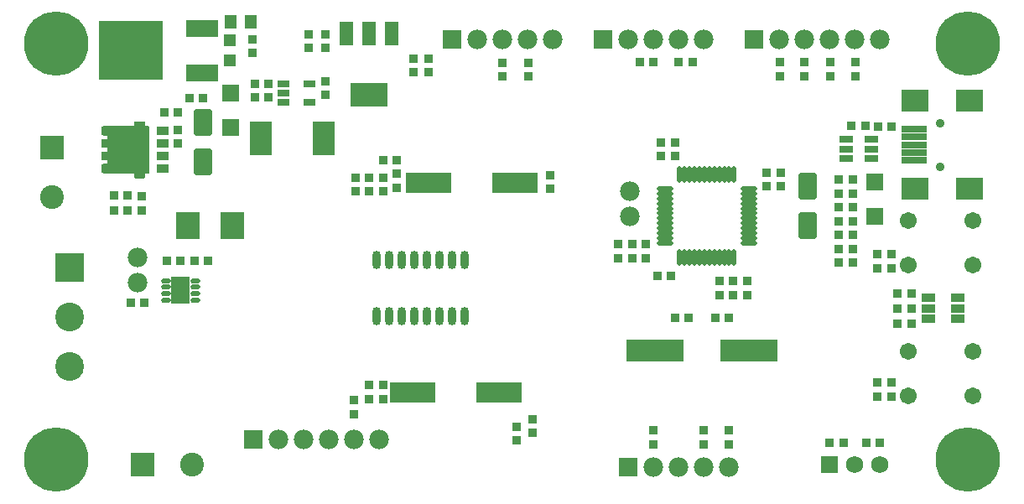
<source format=gts>
%FSLAX43Y43*%
%MOMM*%
G71*
G01*
G75*
G04 Layer_Color=8388736*
%ADD10R,1.270X0.508*%
%ADD11R,0.762X0.762*%
%ADD12R,2.160X2.500*%
%ADD13R,0.762X0.762*%
%ADD14R,2.300X0.500*%
%ADD15R,2.500X2.000*%
%ADD16R,6.200X5.800*%
%ADD17R,3.000X1.600*%
G04:AMPARAMS|DCode=18|XSize=2.5mm|YSize=1.7mm|CornerRadius=0.212mm|HoleSize=0mm|Usage=FLASHONLY|Rotation=90.000|XOffset=0mm|YOffset=0mm|HoleType=Round|Shape=RoundedRectangle|*
%AMROUNDEDRECTD18*
21,1,2.500,1.275,0,0,90.0*
21,1,2.075,1.700,0,0,90.0*
1,1,0.425,0.637,1.038*
1,1,0.425,0.637,-1.038*
1,1,0.425,-0.637,-1.038*
1,1,0.425,-0.637,1.038*
%
%ADD18ROUNDEDRECTD18*%
%ADD19R,1.524X1.524*%
%ADD20R,2.032X3.175*%
%ADD21R,1.000X1.000*%
%ADD22R,1.016X1.270*%
%ADD23R,3.500X2.200*%
%ADD24R,1.200X2.200*%
%ADD25R,1.100X0.600*%
%ADD26O,0.650X1.650*%
%ADD27R,5.600X2.100*%
%ADD28O,1.450X0.300*%
%ADD29O,0.300X1.450*%
%ADD30R,1.200X0.750*%
%ADD31R,1.700X2.500*%
%ADD32O,0.800X0.350*%
%ADD33R,4.400X1.900*%
%ADD34R,1.000X0.750*%
%ADD35C,0.203*%
%ADD36C,0.254*%
%ADD37C,0.406*%
%ADD38C,0.762*%
%ADD39C,0.508*%
%ADD40R,1.702X1.270*%
%ADD41R,2.667X3.302*%
%ADD42R,4.318X4.953*%
%ADD43R,2.667X15.240*%
%ADD44R,4.953X5.588*%
%ADD45R,6.604X3.556*%
%ADD46R,2.540X2.540*%
%ADD47R,1.219X0.635*%
%ADD48R,12.192X5.588*%
%ADD49R,9.119X4.715*%
%ADD50R,10.160X2.286*%
%ADD51R,4.826X5.588*%
%ADD52R,1.270X9.652*%
%ADD53R,10.262X8.890*%
%ADD54R,9.906X8.890*%
%ADD55R,1.270X13.589*%
%ADD56R,11.430X3.683*%
%ADD57R,11.836X3.683*%
%ADD58R,11.811X3.683*%
%ADD59R,1.270X11.303*%
%ADD60R,2.540X5.842*%
%ADD61R,4.064X14.732*%
%ADD62R,12.040X3.708*%
%ADD63R,2.413X8.128*%
%ADD64R,4.064X12.294*%
%ADD65R,37.160X3.708*%
%ADD66R,4.064X3.683*%
%ADD67R,2.413X3.175*%
%ADD68R,2.921X13.589*%
%ADD69R,4.826X4.064*%
%ADD70R,2.921X21.234*%
%ADD71R,0.889X0.762*%
%ADD72R,3.048X3.556*%
%ADD73R,5.461X3.302*%
%ADD74R,9.271X8.001*%
%ADD75R,4.953X8.890*%
%ADD76R,1.803X17.018*%
%ADD77C,6.500*%
%ADD78R,1.778X1.778*%
%ADD79C,1.778*%
%ADD80R,2.200X2.200*%
%ADD81C,2.200*%
%ADD82C,2.700*%
%ADD83R,2.700X2.700*%
%ADD84R,2.200X2.200*%
%ADD85C,0.900*%
%ADD86R,1.524X1.524*%
%ADD87C,1.524*%
%ADD88C,1.500*%
%ADD89C,0.700*%
%ADD90C,1.000*%
%ADD91C,0.500*%
%ADD92R,4.191X5.588*%
%ADD93R,6.604X3.048*%
%ADD94R,13.208X3.048*%
%ADD95R,1.270X2.794*%
%ADD96R,4.572X6.858*%
%ADD97R,2.794X17.018*%
%ADD98R,22.860X2.921*%
%ADD99R,2.921X18.796*%
%ADD100R,17.856X6.096*%
%ADD101R,6.350X12.700*%
%ADD102R,15.494X5.842*%
%ADD103C,0.250*%
%ADD104C,0.100*%
%ADD105C,0.600*%
%ADD106C,0.127*%
%ADD107C,0.025*%
%ADD108C,0.203*%
%ADD109C,0.102*%
%ADD110C,0.200*%
%ADD111C,0.152*%
%ADD112C,0.229*%
%ADD113R,0.762X0.500*%
%ADD114R,2.530X2.540*%
%ADD115R,0.500X1.000*%
%ADD116R,1.473X0.711*%
%ADD117R,0.965X0.965*%
%ADD118R,2.363X2.703*%
%ADD119R,0.965X0.965*%
%ADD120R,2.503X0.703*%
%ADD121R,2.703X2.203*%
%ADD122R,6.403X6.003*%
%ADD123R,3.203X1.803*%
G04:AMPARAMS|DCode=124|XSize=2.703mm|YSize=1.903mm|CornerRadius=0.314mm|HoleSize=0mm|Usage=FLASHONLY|Rotation=90.000|XOffset=0mm|YOffset=0mm|HoleType=Round|Shape=RoundedRectangle|*
%AMROUNDEDRECTD124*
21,1,2.703,1.275,0,0,90.0*
21,1,2.075,1.903,0,0,90.0*
1,1,0.628,0.637,1.038*
1,1,0.628,0.637,-1.038*
1,1,0.628,-0.637,-1.038*
1,1,0.628,-0.637,1.038*
%
%ADD124ROUNDEDRECTD124*%
%ADD125R,1.727X1.727*%
%ADD126R,2.235X3.378*%
%ADD127R,1.203X1.203*%
%ADD128R,1.219X1.473*%
%ADD129R,3.703X2.403*%
%ADD130R,1.403X2.403*%
%ADD131R,1.303X0.803*%
%ADD132O,0.853X1.853*%
%ADD133R,5.803X2.303*%
%ADD134O,1.653X0.503*%
%ADD135O,0.503X1.653*%
%ADD136R,1.403X0.953*%
%ADD137R,1.903X2.703*%
%ADD138O,1.003X0.553*%
%ADD139R,4.603X2.103*%
%ADD140R,1.203X0.953*%
%ADD141R,1.981X1.981*%
%ADD142C,1.981*%
%ADD143R,2.403X2.403*%
%ADD144C,2.403*%
%ADD145C,2.903*%
%ADD146R,2.903X2.903*%
%ADD147R,2.403X2.403*%
%ADD148R,1.727X1.727*%
%ADD149C,1.727*%
%ADD150C,1.703*%
%ADD151C,1.203*%
%ADD152C,0.703*%
G36*
X12883Y38177D02*
X12916Y38154D01*
X12939Y38121D01*
X12947Y38081D01*
Y37690D01*
X13268D01*
X13308Y37682D01*
X13341Y37659D01*
X13364Y37626D01*
X13372Y37586D01*
Y33026D01*
X13364Y32986D01*
X13341Y32953D01*
X13308Y32930D01*
X13268Y32922D01*
X12947D01*
Y32531D01*
X12939Y32491D01*
X12916Y32458D01*
X12883Y32435D01*
X12843Y32427D01*
X11938D01*
X11898Y32435D01*
X11865Y32458D01*
X11842Y32491D01*
X11834Y32531D01*
Y32922D01*
X8738D01*
X8698Y32930D01*
X8665Y32953D01*
X8642Y32986D01*
X8634Y33026D01*
Y33776D01*
X8642Y33816D01*
X8665Y33849D01*
X8698Y33872D01*
X8738Y33880D01*
X9109D01*
Y36732D01*
X8738D01*
X8698Y36740D01*
X8665Y36763D01*
X8642Y36796D01*
X8634Y36836D01*
Y37586D01*
X8642Y37626D01*
X8665Y37659D01*
X8698Y37682D01*
X8738Y37690D01*
X11834D01*
Y38081D01*
X11842Y38121D01*
X11865Y38154D01*
X11898Y38177D01*
X11938Y38185D01*
X12843D01*
X12883Y38177D01*
D02*
G37*
D77*
X4000Y46000D02*
D03*
X96000D02*
D03*
X4000Y4000D02*
D03*
X96000D02*
D03*
D85*
X93188Y33614D02*
D03*
Y38014D02*
D03*
D116*
X83698Y34441D02*
D03*
X83713Y35391D02*
D03*
X83698Y36346D02*
D03*
X86238Y34441D02*
D03*
Y36346D02*
D03*
X86238Y35381D02*
D03*
D117*
X66802Y44196D02*
D03*
X68199D02*
D03*
X62865D02*
D03*
X64262D02*
D03*
X11485Y19829D02*
D03*
X12882D02*
D03*
X9779Y29210D02*
D03*
X11176D02*
D03*
X9779Y30734D02*
D03*
X11176D02*
D03*
X15113Y24130D02*
D03*
X16510D02*
D03*
X17907D02*
D03*
X19304D02*
D03*
X14859Y39116D02*
D03*
X16256D02*
D03*
X17399Y40513D02*
D03*
X18796D02*
D03*
X24003Y41986D02*
D03*
X25400D02*
D03*
X24003Y40589D02*
D03*
X25400D02*
D03*
X36957Y34290D02*
D03*
X38354D02*
D03*
X62103Y24384D02*
D03*
X63500D02*
D03*
X64643Y22606D02*
D03*
X66040D02*
D03*
X62103Y25781D02*
D03*
X63500D02*
D03*
X66421Y18339D02*
D03*
X67818D02*
D03*
X70485D02*
D03*
X71882D02*
D03*
X84238Y37691D02*
D03*
X85635D02*
D03*
X86923Y37679D02*
D03*
X88320D02*
D03*
X82042Y5715D02*
D03*
X83439D02*
D03*
X85725D02*
D03*
X87122D02*
D03*
X88900Y17780D02*
D03*
X90297D02*
D03*
X88900Y19304D02*
D03*
X90297D02*
D03*
X88900Y20828D02*
D03*
X90297D02*
D03*
X82986Y23912D02*
D03*
X84383D02*
D03*
X82986Y25309D02*
D03*
X84383D02*
D03*
X82986Y26706D02*
D03*
X84383D02*
D03*
X82986Y28103D02*
D03*
X84383D02*
D03*
X82986Y29500D02*
D03*
X84383D02*
D03*
X82986Y30897D02*
D03*
X84383D02*
D03*
X82982Y32309D02*
D03*
X84379D02*
D03*
D118*
X17272Y27686D02*
D03*
X21722D02*
D03*
D119*
X12573Y29210D02*
D03*
Y30607D02*
D03*
X50419Y7366D02*
D03*
Y5969D02*
D03*
X52070Y8128D02*
D03*
Y6731D02*
D03*
X34036Y8611D02*
D03*
Y10008D02*
D03*
X35560Y10160D02*
D03*
Y11557D02*
D03*
X36957Y10160D02*
D03*
Y11557D02*
D03*
X49042Y42690D02*
D03*
Y44087D02*
D03*
X51642Y42690D02*
D03*
Y44087D02*
D03*
X84622Y42736D02*
D03*
Y44133D02*
D03*
X82122Y42736D02*
D03*
Y44133D02*
D03*
X77022Y42736D02*
D03*
Y44133D02*
D03*
X79522Y42736D02*
D03*
Y44133D02*
D03*
X16256Y35941D02*
D03*
Y37338D02*
D03*
X23749Y45085D02*
D03*
Y46482D02*
D03*
X31115Y40818D02*
D03*
Y42215D02*
D03*
X29464Y45593D02*
D03*
Y46990D02*
D03*
X31115Y45593D02*
D03*
Y46990D02*
D03*
X40056Y43104D02*
D03*
Y44501D02*
D03*
X41580Y43104D02*
D03*
Y44501D02*
D03*
X35560Y31115D02*
D03*
Y32512D02*
D03*
X34163Y31115D02*
D03*
Y32512D02*
D03*
X36957Y31115D02*
D03*
Y32512D02*
D03*
X38354Y31496D02*
D03*
Y32893D02*
D03*
X53848Y31369D02*
D03*
Y32766D02*
D03*
X60706Y24384D02*
D03*
Y25781D02*
D03*
X64262Y5588D02*
D03*
Y6985D02*
D03*
X69342Y5588D02*
D03*
Y6985D02*
D03*
X71882Y5588D02*
D03*
Y6985D02*
D03*
X73685Y20625D02*
D03*
Y22022D02*
D03*
X72288Y20625D02*
D03*
Y22022D02*
D03*
X70917Y20625D02*
D03*
Y22022D02*
D03*
X75692Y31623D02*
D03*
Y33020D02*
D03*
X77089Y31623D02*
D03*
Y33020D02*
D03*
X86868Y10414D02*
D03*
Y11811D02*
D03*
X88265Y10414D02*
D03*
Y11811D02*
D03*
X86868Y23368D02*
D03*
Y24765D02*
D03*
X88265Y23368D02*
D03*
Y24765D02*
D03*
X65024Y34671D02*
D03*
Y36068D02*
D03*
X66421Y34671D02*
D03*
Y36068D02*
D03*
D120*
X90538Y34214D02*
D03*
Y35814D02*
D03*
Y35014D02*
D03*
Y37414D02*
D03*
Y36614D02*
D03*
D121*
X90638Y31364D02*
D03*
Y40264D02*
D03*
X96138Y31364D02*
D03*
Y40264D02*
D03*
D122*
X11489Y45303D02*
D03*
D123*
X18669Y43053D02*
D03*
Y47553D02*
D03*
D124*
X18796Y38068D02*
D03*
Y34068D02*
D03*
X79781Y27642D02*
D03*
Y31642D02*
D03*
D125*
X21590Y37592D02*
D03*
Y41021D02*
D03*
X86618Y28611D02*
D03*
Y32040D02*
D03*
D126*
X24638Y36449D02*
D03*
X30988D02*
D03*
D127*
X21463Y44355D02*
D03*
Y46355D02*
D03*
D128*
X21539Y48184D02*
D03*
X23571D02*
D03*
D129*
X35560Y40842D02*
D03*
D130*
X33260Y47042D02*
D03*
X35560D02*
D03*
X37860D02*
D03*
D131*
X26894Y40071D02*
D03*
Y41021D02*
D03*
Y41971D02*
D03*
X29494Y40071D02*
D03*
Y41971D02*
D03*
D132*
X36297Y18486D02*
D03*
X37567D02*
D03*
X36297Y24136D02*
D03*
X37567D02*
D03*
X41377Y18486D02*
D03*
X42647D02*
D03*
X38837D02*
D03*
X40107D02*
D03*
X43917D02*
D03*
X45187D02*
D03*
X38837Y24136D02*
D03*
X40107D02*
D03*
X45187D02*
D03*
X41377D02*
D03*
X43917D02*
D03*
X42647D02*
D03*
D133*
X64389Y15037D02*
D03*
X73889D02*
D03*
D134*
X65422Y25876D02*
D03*
Y26376D02*
D03*
Y27876D02*
D03*
Y28376D02*
D03*
Y26876D02*
D03*
Y27376D02*
D03*
Y29876D02*
D03*
Y30376D02*
D03*
Y28876D02*
D03*
Y29376D02*
D03*
Y30876D02*
D03*
Y31376D02*
D03*
X73872Y26876D02*
D03*
Y27376D02*
D03*
Y25876D02*
D03*
Y26376D02*
D03*
Y27876D02*
D03*
Y29376D02*
D03*
Y29876D02*
D03*
Y28376D02*
D03*
Y28876D02*
D03*
Y30376D02*
D03*
Y31376D02*
D03*
Y30876D02*
D03*
D135*
X66897Y24401D02*
D03*
X68397D02*
D03*
X67897D02*
D03*
X67397D02*
D03*
X66897Y32851D02*
D03*
X68397D02*
D03*
X67397D02*
D03*
X67897D02*
D03*
X71397Y24401D02*
D03*
X70897D02*
D03*
X72397D02*
D03*
X71897D02*
D03*
X69397D02*
D03*
X68897D02*
D03*
X70397D02*
D03*
X69897D02*
D03*
X68897Y32851D02*
D03*
X69397D02*
D03*
X70397D02*
D03*
X69897D02*
D03*
X71397D02*
D03*
X70897D02*
D03*
X72397D02*
D03*
X71897D02*
D03*
D136*
X91972Y18229D02*
D03*
Y19304D02*
D03*
Y20379D02*
D03*
X94972Y18229D02*
D03*
X94972Y20379D02*
D03*
Y19304D02*
D03*
D137*
X16514Y21124D02*
D03*
D138*
X18014Y22099D02*
D03*
Y21449D02*
D03*
Y20799D02*
D03*
Y20149D02*
D03*
X15014Y22099D02*
D03*
Y21449D02*
D03*
Y20799D02*
D03*
Y20149D02*
D03*
D139*
X39948Y10770D02*
D03*
X48648D02*
D03*
X41592Y32004D02*
D03*
X50292D02*
D03*
D140*
X9143Y33401D02*
D03*
Y34671D02*
D03*
Y35941D02*
D03*
Y37211D02*
D03*
X14733Y33401D02*
D03*
Y34671D02*
D03*
Y35941D02*
D03*
Y37211D02*
D03*
D141*
X61722Y3302D02*
D03*
X23876Y6096D02*
D03*
X59182Y46482D02*
D03*
X43942D02*
D03*
X74422D02*
D03*
D142*
X64262Y3302D02*
D03*
X66802Y3302D02*
D03*
X69342Y3302D02*
D03*
X71882Y3302D02*
D03*
X26416Y6096D02*
D03*
X28956Y6096D02*
D03*
X31496Y6096D02*
D03*
X34036Y6096D02*
D03*
X36576Y6096D02*
D03*
X61722Y46482D02*
D03*
X64262Y46482D02*
D03*
X66802Y46482D02*
D03*
X69342Y46482D02*
D03*
X46482Y46482D02*
D03*
X49022Y46482D02*
D03*
X51562Y46482D02*
D03*
X54102Y46482D02*
D03*
X76962Y46482D02*
D03*
X79502Y46482D02*
D03*
X82042Y46482D02*
D03*
X84582Y46482D02*
D03*
X87122Y46482D02*
D03*
X12196Y24452D02*
D03*
X12196Y21912D02*
D03*
X61874Y31090D02*
D03*
X61874Y28550D02*
D03*
D143*
X3556Y35560D02*
D03*
D144*
Y30560D02*
D03*
X17700Y3556D02*
D03*
D145*
X5334Y13390D02*
D03*
Y18390D02*
D03*
D146*
Y23390D02*
D03*
D147*
X12700Y3556D02*
D03*
D148*
X82042D02*
D03*
D149*
X84582D02*
D03*
X87122D02*
D03*
D150*
X89968Y10450D02*
D03*
Y14950D02*
D03*
X96468Y10450D02*
D03*
Y14950D02*
D03*
X89968Y23658D02*
D03*
Y28158D02*
D03*
X96468Y23658D02*
D03*
Y28158D02*
D03*
D151*
X1835Y47250D02*
D03*
Y44750D02*
D03*
X4000Y43500D02*
D03*
X6165Y44750D02*
D03*
X4000Y48500D02*
D03*
X6165Y47250D02*
D03*
X93835D02*
D03*
Y44750D02*
D03*
X96000Y43500D02*
D03*
X98165Y44750D02*
D03*
X96000Y48500D02*
D03*
X98165Y47250D02*
D03*
X1835Y5250D02*
D03*
Y2750D02*
D03*
X4000Y1500D02*
D03*
X6165Y2750D02*
D03*
X4000Y6500D02*
D03*
X6165Y5250D02*
D03*
X93835D02*
D03*
Y2750D02*
D03*
X96000Y1500D02*
D03*
X98165Y2750D02*
D03*
X96000Y6500D02*
D03*
X98165Y5250D02*
D03*
D152*
X15914Y21724D02*
D03*
X17114D02*
D03*
X15914Y20524D02*
D03*
X17114D02*
D03*
X9741Y35306D02*
D03*
Y34306D02*
D03*
Y33306D02*
D03*
Y37306D02*
D03*
Y36306D02*
D03*
X12741Y35306D02*
D03*
Y33306D02*
D03*
Y36306D02*
D03*
Y37306D02*
D03*
Y34306D02*
D03*
X10741Y36306D02*
D03*
Y37306D02*
D03*
Y33306D02*
D03*
Y34306D02*
D03*
Y35306D02*
D03*
X11741Y34306D02*
D03*
Y37306D02*
D03*
Y36306D02*
D03*
Y33306D02*
D03*
Y35306D02*
D03*
M02*

</source>
